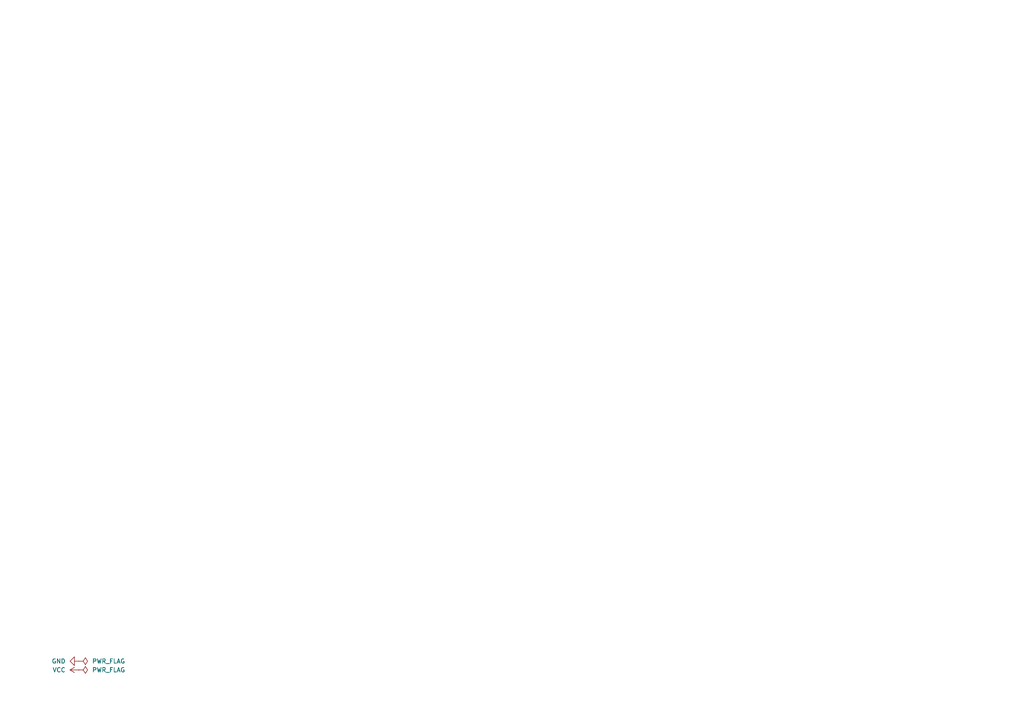
<source format=kicad_sch>
(kicad_sch (version 20231120) (generator "eeschema") (generator_version "8.0")
  (paper "A4")
  (lib_symbols
    (symbol "power:GND" (power) (pin_numbers hide) (pin_names (offset 0) hide)
      (property "Value" "GND" (at 0 -3.81 0))
      (symbol "GND_0_1"
        (polyline (pts (xy 0 0) (xy 0 -1.27) (xy 1.27 -1.27) (xy 0 -2.54) (xy -1.27 -1.27) (xy 0 -1.27)))
      )
      (symbol "GND_1_1"
        (pin power_in line (at 0 0 270) (length 0) (name "~") (number "1"))
      )
    )
    (symbol "power:PWR_FLAG" (power) (pin_numbers hide) (pin_names (offset 0) hide)
      (property "Value" "PWR_FLAG" (at 0 3.81 0))
      (symbol "PWR_FLAG_0_0"
        (pin power_out line (at 0 0 90) (length 0) (name "~") (number "1"))
      )
      (symbol "PWR_FLAG_0_1"
        (polyline (pts (xy 0 0) (xy 0 1.27) (xy -1.016 1.905) (xy 0 2.54) (xy 1.016 1.905) (xy 0 1.27)))
      )
    )
    (symbol "power:VCC" (power) (pin_numbers hide) (pin_names (offset 0) hide)
      (property "Value" "VCC" (at 0 3.556 0))
      (symbol "VCC_0_1"
        (polyline (pts (xy -0.762 1.27) (xy 0 2.54)))
        (polyline (pts (xy 0 0) (xy 0 2.54)))
        (polyline (pts (xy 0 2.54) (xy 0.762 1.27)))
      )
      (symbol "VCC_1_1"
        (pin power_in line (at 0 0 90) (length 0) (name "~") (number "1"))
      )
    )
  )
  (symbol (lib_id "power:VCC") (at 22.86 194.31 90) (unit 1)
    (property "Reference" "#PWR01" (effects (hide yes)))
    (property "Value" "VCC" (at 19.05 194.3099 90) (effects (justify left)))
    (property "Description" "Power symbol creates a global label with name \"VCC\"" (effects (hide yes)))
  )
  (symbol (lib_id "power:PWR_FLAG") (at 22.86 191.77 270) (unit 1)
    (property "Reference" "#FLG01" (effects (hide yes)))
    (property "Value" "PWR_FLAG" (at 26.67 191.7699 90) (effects (justify left)))
    (property "Description" "Special symbol for telling ERC where power comes from" (effects (hide yes)))
  )
  (symbol (lib_id "power:PWR_FLAG") (at 22.86 194.31 270) (unit 1)
    (property "Reference" "#FLG02" (effects (hide yes)))
    (property "Value" "PWR_FLAG" (at 26.67 194.3099 90) (effects (justify left)))
    (property "Description" "Special symbol for telling ERC where power comes from" (effects (hide yes)))
  )
  (symbol (lib_id "power:GND") (at 22.86 191.77 270) (unit 1)
    (property "Reference" "#PWR02" (effects (hide yes)))
    (property "Value" "GND" (at 19.05 191.7699 90) (effects (justify right)))
    (property "Description" "Power symbol creates a global label with name \"GND\" , ground" (effects (hide yes)))
  )
)
</source>
